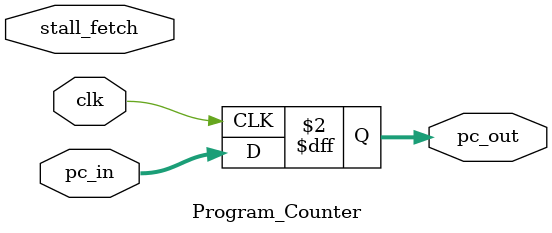
<source format=sv>
`timescale 1ns / 1ps


module Program_Counter(input clk,input logic [31:0] pc_in, 
input logic [0:0] stall_fetch,
output logic [31:0] pc_out
    );

// Should this be alwaysff? alwayslatch?   
// TODO: Add stall logic
always @(posedge clk) begin
    pc_out <= pc_in;
end
    
endmodule

</source>
